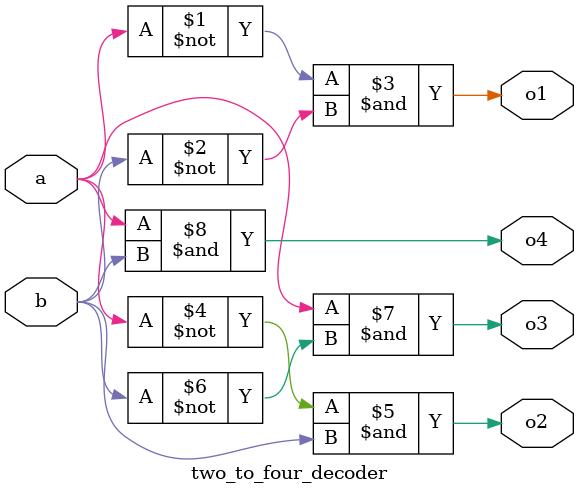
<source format=v>
module two_to_four_decoder(a, b, o1,o2,o3,o4);
    input a;    // most significant
    input b;

    output o1;
    output o2;
    output o3;
    output o4;
    assign o1 = ~a & ~b;
    assign o2 = ~a & b;
    assign o3 = a & ~b;
    assign o4 = a & b;
endmodule
</source>
